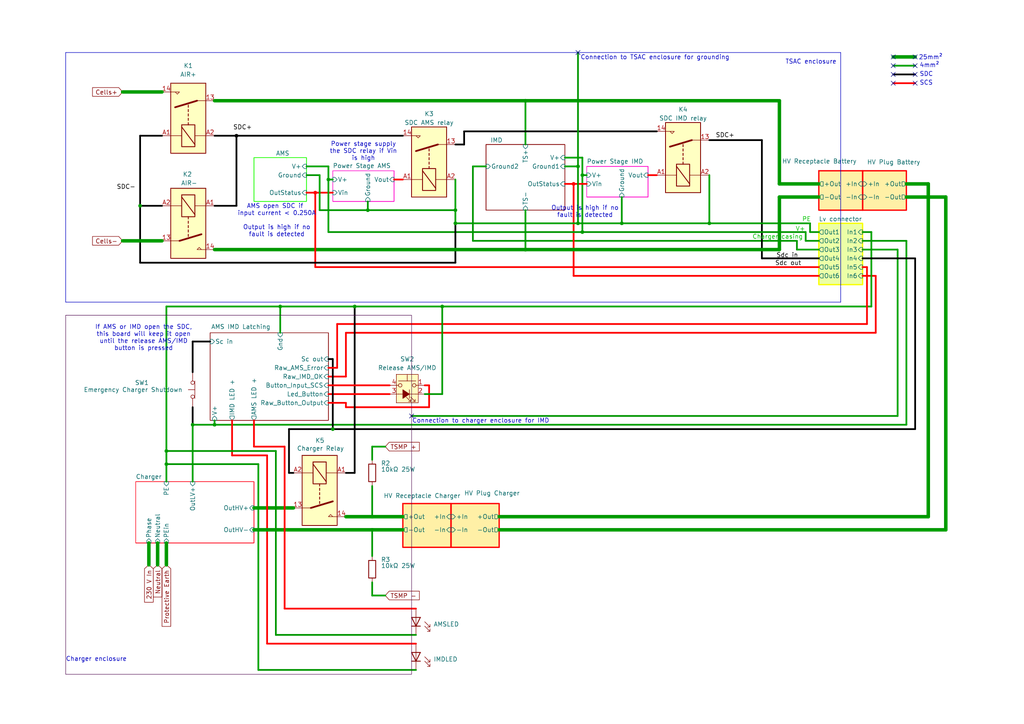
<source format=kicad_sch>
(kicad_sch (version 20231120) (generator "eeschema") (generator_version "8.0")
  (paper "A4")
  (title_block (title "Charger") (date "2024-03-29") (rev "v1.1") (company "EPSA"))
  (lib_symbols
    (symbol "Device:R" (pin_numbers hide) (pin_names (offset 0))
      (property "Reference" "R" (at 2.032 0 90))
      (property "Value" "R" (at 0 0 90))
      (symbol "R_0_1"
        (rectangle (start -1.016 -2.54) (end 1.016 2.54) (stroke (width 0.254)))
      )
      (symbol "R_1_1"
        (pin passive line (at 0 3.81 270) (length 1.27) (name "~") (number "1"))
        (pin passive line (at 0 -3.81 90) (length 1.27) (name "~") (number "2"))
      )
    )
    (symbol "EPSA:LED" (pin_numbers hide) (pin_names (offset 1.016) hide)
      (property "Reference" "D" (at 0 2.54 0))
      (symbol "LED_0_1"
        (polyline (pts (xy -1.27 -1.27) (xy -1.27 1.27)) (stroke (width 0.254)))
        (polyline (pts (xy -1.27 0) (xy 1.27 0)))
        (polyline (pts (xy 1.27 -1.27) (xy 1.27 1.27) (xy -1.27 0) (xy 1.27 -1.27)) (stroke (width 0.254)))
        (polyline (pts (xy -1.27 -2.54) (xy -2.794 -4.064) (xy -2.032 -4.064) (xy -2.794 -4.064) (xy -2.794 -3.302)))
        (polyline (pts (xy 0 -2.54) (xy -1.524 -4.064) (xy -0.762 -4.064) (xy -1.524 -4.064) (xy -1.524 -3.302)))
      )
      (symbol "LED_1_1"
        (pin passive line (at -3.81 0 0) (length 2.54) (name "K") (number "1"))
        (pin passive line (at 3.81 0 180) (length 2.54) (name "A") (number "2"))
      )
    )
    (symbol "Relay:Relay_SPST-NO"
      (property "Reference" "K" (at 11.43 3.81 0))
      (property "Value" "Relay_SPST-NO" (at 11.43 1.27 0))
      (symbol "Relay_SPST-NO_0_0"
        (polyline (pts (xy 7.62 5.08) (xy 7.62 2.54) (xy 6.985 3.175) (xy 7.62 3.81)))
      )
      (symbol "Relay_SPST-NO_0_1"
        (rectangle (start -10.16 5.08) (end 10.16 -5.08) (stroke (width 0.254)) (fill (type background)))
        (rectangle (start -8.255 1.905) (end -1.905 -1.905) (stroke (width 0.254)))
        (polyline (pts (xy -7.62 -1.905) (xy -2.54 1.905)) (stroke (width 0.254)))
        (polyline (pts (xy -5.08 -5.08) (xy -5.08 -1.905)))
        (polyline (pts (xy -5.08 5.08) (xy -5.08 1.905)))
        (polyline (pts (xy -1.905 0) (xy -1.27 0)) (stroke (width 0.254)))
        (polyline (pts (xy -0.635 0) (xy 0 0)) (stroke (width 0.254)))
        (polyline (pts (xy 0.635 0) (xy 1.27 0)) (stroke (width 0.254)))
        (polyline (pts (xy 1.905 0) (xy 2.54 0)) (stroke (width 0.254)))
        (polyline (pts (xy 3.175 0) (xy 3.81 0)) (stroke (width 0.254)))
        (polyline (pts (xy 5.08 -2.54) (xy 3.175 3.81)) (stroke (width 0.508)))
        (polyline (pts (xy 5.08 -2.54) (xy 5.08 -5.08)))
      )
      (symbol "Relay_SPST-NO_1_1"
        (pin passive line (at 5.08 -7.62 90) (length 2.54) (name "~") (number "13"))
        (pin passive line (at 7.62 7.62 270) (length 2.54) (name "~") (number "14"))
        (pin passive line (at -5.08 7.62 270) (length 2.54) (name "~") (number "A1"))
        (pin passive line (at -5.08 -7.62 90) (length 2.54) (name "~") (number "A2"))
      )
    )
    (symbol "Switch:SW_MEC_5G_LED" (pin_names (offset 1.016) hide)
      (property "Reference" "SW" (at 0 7.62 0))
      (property "Value" "SW_MEC_5G_LED" (at 0 -3.81 0))
      (symbol "SW_MEC_5G_LED_0_0"
        (polyline (pts (xy -2.54 0) (xy 2.54 0)))
        (polyline (pts (xy -2.286 -2.159) (xy -1.016 -0.889)))
        (polyline (pts (xy -1.016 -2.159) (xy 0.254 -0.889)))
        (polyline (pts (xy -0.635 1.27) (xy -0.635 -1.27)))
        (polyline (pts (xy -2.286 -1.524) (xy -2.286 -2.159) (xy -1.651 -2.159)))
        (polyline (pts (xy -1.016 -1.524) (xy -1.016 -2.159) (xy -0.381 -2.159)))
        (polyline (pts (xy -0.635 0) (xy 1.27 1.27) (xy 1.27 -1.27) (xy -0.635 0)) (fill (type outline)))
      )
      (symbol "SW_MEC_5G_LED_0_1"
        (circle (center -2.032 2.54) (radius 0.508))
        (polyline (pts (xy 0 3.81) (xy 0 5.588)))
        (polyline (pts (xy 2.54 3.81) (xy -2.54 3.81)))
        (circle (center 2.032 2.54) (radius 0.508))
        (pin passive line (at -5.08 2.54 0) (length 2.54) (name "1") (number "1"))
        (pin passive line (at -5.08 0 0) (length 2.54) (name "2") (number "2"))
        (pin passive line (at 5.08 0 180) (length 2.54) (name "K") (number "3"))
        (pin passive line (at 5.08 2.54 180) (length 2.54) (name "A") (number "4"))
      )
      (symbol "SW_MEC_5G_LED_1_1"
        (rectangle (start -3.175 5.715) (end 3.175 -2.54) (fill (type background)))
      )
    )
    (symbol "Switch:SW_Push_Open" (pin_numbers hide) (pin_names (offset 1.016) hide)
      (property "Reference" "SW" (at 0 2.54 0))
      (property "Value" "SW_Push_Open" (at 0 -1.905 0))
      (symbol "SW_Push_Open_0_1"
        (circle (center -2.032 0) (radius 0.508))
        (polyline (pts (xy -2.54 -0.635) (xy 2.54 -0.635)))
        (polyline (pts (xy 0 -0.635) (xy 0 1.27)))
        (circle (center 2.032 0) (radius 0.508))
        (pin passive line (at -5.08 0 0) (length 2.54) (name "A") (number "1"))
      )
      (symbol "SW_Push_Open_1_1"
        (pin passive line (at 5.08 0 180) (length 2.54) (name "B") (number "2"))
      )
    )
  )
  (junction (at 180.34 64.77))
  (junction (at 40.64 59.69))
  (junction (at 48.26 130.81))
  (junction (at 107.95 153.67))
  (junction (at 168.91 67.31))
  (junction (at 152.4 72.39))
  (junction (at 106.68 60.96))
  (junction (at 168.91 50.8))
  (junction (at 132.08 60.96))
  (junction (at 91.44 55.88) (color 255 0 0 1))
  (junction (at 152.4 29.21))
  (junction (at 128.27 88.9))
  (junction (at 68.58 39.37) (color 0 0 0 1))
  (junction (at 107.95 149.86))
  (junction (at 167.64 64.77))
  (junction (at 48.26 134.62))
  (junction (at 81.28 88.9))
  (junction (at 96.52 124.46))
  (junction (at 95.25 52.07))
  (junction (at 205.74 64.77))
  (junction (at 62.23 123.19))
  (junction (at 166.37 53.34) (color 255 0 0 1))
  (junction (at 132.08 64.77))
  (junction (at 55.88 123.19))
  (junction (at 167.64 48.26))
  (junction (at 102.87 88.9))
  (no_connect (at 265.43 24.13))
  (no_connect (at 265.43 21.59))
  (no_connect (at 265.43 16.51))
  (no_connect (at 167.64 15.24))
  (no_connect (at 259.08 21.59))
  (no_connect (at 265.43 19.05))
  (no_connect (at 259.08 16.51))
  (no_connect (at 259.08 19.05))
  (no_connect (at 259.08 24.13))
  (no_connect (at 119.38 120.65))
  (wire (pts (xy 107.95 172.72) (xy 111.76 172.72)) (stroke (width 0.5)))
  (wire (pts (xy 91.44 55.88) (xy 91.44 77.47)) (stroke (width 0.508) (color 255 0 0 1)))
  (wire (pts (xy 234.95 64.77) (xy 234.95 67.31)) (stroke (width 0.5)))
  (wire (pts (xy 259.08 21.59) (xy 265.43 21.59)) (stroke (width 0.508) (color 0 0 0 1)))
  (wire (pts (xy 82.55 176.53) (xy 120.65 176.53)) (stroke (width 0.508) (color 255 0 0 1)))
  (wire (pts (xy 137.16 48.26) (xy 140.97 48.26)) (stroke (width 0.5)))
  (wire (pts (xy 262.89 69.85) (xy 262.89 123.19)) (stroke (width 0.5)))
  (wire (pts (xy 40.64 76.2) (xy 132.08 76.2)) (stroke (width 0.508) (color 0 0 0 1)))
  (wire (pts (xy 132.08 76.2) (xy 132.08 64.77)) (stroke (width 0.508) (color 0 0 0 1)))
  (wire (pts (xy 91.44 55.88) (xy 96.52 55.88)) (stroke (width 0.508) (color 255 0 0 1)))
  (wire (pts (xy 119.38 120.65) (xy 260.35 120.65)) (stroke (width 0.5)))
  (wire (pts (xy 96.52 124.46) (xy 265.43 124.46)) (stroke (width 0.508) (color 0 0 0 1)))
  (wire (pts (xy 252.73 88.9) (xy 128.27 88.9)) (stroke (width 0.5)))
  (wire (pts (xy 95.25 111.76) (xy 113.03 111.76)) (stroke (width 0.508) (color 255 0 0 1)))
  (wire (pts (xy 107.95 149.86) (xy 100.33 149.86)) (stroke (width 1.016)))
  (wire (pts (xy 55.88 99.06) (xy 55.88 107.95)) (stroke (width 0.508) (color 0 0 0 1)))
  (wire (pts (xy 83.82 124.46) (xy 83.82 137.16)) (stroke (width 0.508) (color 0 0 0 1)))
  (wire (pts (xy 166.37 53.34) (xy 166.37 80.01)) (stroke (width 0.508) (color 255 0 0 1)))
  (wire (pts (xy 106.68 60.96) (xy 106.68 58.42)) (stroke (width 0.5)))
  (wire (pts (xy 82.55 129.54) (xy 82.55 176.53)) (stroke (width 0.508) (color 255 0 0 1)))
  (wire (pts (xy 124.46 111.76) (xy 123.19 111.76)) (stroke (width 0.508) (color 255 0 0 1)))
  (wire (pts (xy 107.95 140.97) (xy 107.95 149.86)) (stroke (width 0.5)))
  (wire (pts (xy 234.95 67.31) (xy 237.49 67.31)) (stroke (width 0.5)))
  (wire (pts (xy 231.14 69.85) (xy 231.14 72.39)) (stroke (width 0.5)))
  (wire (pts (xy 251.46 77.47) (xy 251.46 93.98)) (stroke (width 0.508) (color 255 0 0 1)))
  (wire (pts (xy 132.08 60.96) (xy 132.08 52.07)) (stroke (width 0.5)))
  (wire (pts (xy 180.34 64.77) (xy 205.74 64.77)) (stroke (width 0.5)))
  (wire (pts (xy 62.23 123.19) (xy 262.89 123.19)) (stroke (width 0.5)))
  (wire (pts (xy 48.26 134.62) (xy 74.93 134.62)) (stroke (width 0.5)))
  (wire (pts (xy 92.71 50.8) (xy 88.9 50.8)) (stroke (width 0.5)))
  (wire (pts (xy 167.64 48.26) (xy 167.64 64.77)) (stroke (width 0.5)))
  (wire (pts (xy 77.47 186.69) (xy 120.65 186.69)) (stroke (width 0.508) (color 255 0 0 1)))
  (wire (pts (xy 81.28 88.9) (xy 48.26 88.9)) (stroke (width 0.5)))
  (wire (pts (xy 100.33 96.52) (xy 100.33 109.22)) (stroke (width 0.508) (color 255 0 0 1)))
  (wire (pts (xy 128.27 88.9) (xy 102.87 88.9)) (stroke (width 0.5)))
  (wire (pts (xy 152.4 72.39) (xy 226.06 72.39)) (stroke (width 1)))
  (wire (pts (xy 95.25 104.14) (xy 96.52 104.14)) (stroke (width 0.508) (color 0 0 0 1)))
  (wire (pts (xy 137.16 69.85) (xy 231.14 69.85)) (stroke (width 0.5)))
  (wire (pts (xy 250.19 67.31) (xy 252.73 67.31)) (stroke (width 0.5)))
  (wire (pts (xy 116.84 149.86) (xy 107.95 149.86)) (stroke (width 1.016)))
  (wire (pts (xy 55.88 118.11) (xy 55.88 123.19)) (stroke (width 0.508) (color 0 0 0 1)))
  (wire (pts (xy 260.35 72.39) (xy 260.35 120.65)) (stroke (width 0.5)))
  (wire (pts (xy 106.68 60.96) (xy 132.08 60.96)) (stroke (width 0.5)))
  (wire (pts (xy 274.32 57.15) (xy 262.89 57.15)) (stroke (width 1.016)))
  (wire (pts (xy 252.73 67.31) (xy 252.73 88.9)) (stroke (width 0.5)))
  (wire (pts (xy 73.66 153.67) (xy 107.95 153.67)) (stroke (width 1.016)))
  (wire (pts (xy 167.64 15.24) (xy 167.64 48.26)) (stroke (width 0.5)))
  (wire (pts (xy 40.64 39.37) (xy 40.64 59.69)) (stroke (width 0.508) (color 0 0 0 1)))
  (wire (pts (xy 233.68 69.85) (xy 237.49 69.85)) (stroke (width 0.5)))
  (polyline (pts (xy 19.05 15.24) (xy 19.05 87.63)) (stroke (width 0) (type solid)))
  (wire (pts (xy 100.33 118.11) (xy 100.33 116.84)) (stroke (width 0.508) (color 255 0 0 1)))
  (wire (pts (xy 88.9 55.88) (xy 91.44 55.88)) (stroke (width 0.508) (color 255 0 0 1)))
  (wire (pts (xy 250.19 80.01) (xy 254 80.01)) (stroke (width 0.508) (color 255 0 0 1)))
  (wire (pts (xy 269.24 53.34) (xy 262.89 53.34)) (stroke (width 1.016)))
  (wire (pts (xy 226.06 57.15) (xy 226.06 72.39)) (stroke (width 1)))
  (wire (pts (xy 80.01 184.15) (xy 120.65 184.15)) (stroke (width 0.5)))
  (wire (pts (xy 180.34 64.77) (xy 180.34 57.15)) (stroke (width 0.5)))
  (wire (pts (xy 68.58 59.69) (xy 62.23 59.69)) (stroke (width 0.508) (color 0 0 0 1)))
  (polyline (pts (xy 243.84 15.24) (xy 19.05 15.24)) (stroke (width 0) (type solid)))
  (wire (pts (xy 77.47 132.08) (xy 77.47 186.69)) (stroke (width 0.508) (color 255 0 0 1)))
  (wire (pts (xy 259.08 24.13) (xy 265.43 24.13)) (stroke (width 0.508) (color 255 0 0 1)))
  (wire (pts (xy 40.64 59.69) (xy 40.64 76.2)) (stroke (width 0.508) (color 0 0 0 1)))
  (wire (pts (xy 205.74 64.77) (xy 234.95 64.77)) (stroke (width 0.5)))
  (wire (pts (xy 62.23 72.39) (xy 152.4 72.39)) (stroke (width 1)))
  (wire (pts (xy 62.23 39.37) (xy 68.58 39.37)) (stroke (width 0.508) (color 0 0 0 1)))
  (wire (pts (xy 231.14 72.39) (xy 237.49 72.39)) (stroke (width 0.5)))
  (wire (pts (xy 95.25 67.31) (xy 168.91 67.31)) (stroke (width 0.5)))
  (wire (pts (xy 91.44 77.47) (xy 237.49 77.47)) (stroke (width 0.508) (color 255 0 0 1)))
  (wire (pts (xy 43.18 163.83) (xy 43.18 157.48)) (stroke (width 1.016)))
  (wire (pts (xy 128.27 88.9) (xy 128.27 114.3)) (stroke (width 0.5)))
  (wire (pts (xy 114.3 52.07) (xy 116.84 52.07)) (stroke (width 0.508) (color 255 0 0 1)))
  (wire (pts (xy 55.88 123.19) (xy 55.88 139.7)) (stroke (width 0.5)))
  (wire (pts (xy 187.96 50.8) (xy 190.5 50.8)) (stroke (width 0.508) (color 255 0 0 1)))
  (wire (pts (xy 97.79 93.98) (xy 97.79 106.68)) (stroke (width 0.508) (color 255 0 0 1)))
  (wire (pts (xy 96.52 104.14) (xy 96.52 124.46)) (stroke (width 0.508) (color 0 0 0 1)))
  (wire (pts (xy 254 96.52) (xy 100.33 96.52)) (stroke (width 0.508) (color 255 0 0 1)))
  (wire (pts (xy 100.33 116.84) (xy 95.25 116.84)) (stroke (width 0.508) (color 255 0 0 1)))
  (wire (pts (xy 168.91 67.31) (xy 168.91 50.8)) (stroke (width 0.5)))
  (wire (pts (xy 107.95 129.54) (xy 107.95 133.35)) (stroke (width 0.5)))
  (wire (pts (xy 48.26 130.81) (xy 48.26 134.62)) (stroke (width 0.5)))
  (wire (pts (xy 73.66 147.32) (xy 85.09 147.32)) (stroke (width 1.016)))
  (polyline (pts (xy 243.84 22.86) (xy 243.84 15.24)) (stroke (width 0) (type solid)))
  (wire (pts (xy 62.23 29.21) (xy 152.4 29.21)) (stroke (width 1)))
  (wire (pts (xy 220.98 74.93) (xy 237.49 74.93)) (stroke (width 0.508) (color 0 0 0 1)))
  (wire (pts (xy 265.43 74.93) (xy 250.19 74.93)) (stroke (width 0.508) (color 0 0 0 1)))
  (wire (pts (xy 250.19 72.39) (xy 260.35 72.39)) (stroke (width 0.5)))
  (wire (pts (xy 62.23 121.92) (xy 62.23 123.19)) (stroke (width 0.5)))
  (polyline (pts (xy 19.05 87.63) (xy 243.84 87.63)) (stroke (width 0) (type solid)))
  (wire (pts (xy 48.26 163.83) (xy 48.26 157.48)) (stroke (width 1.016)))
  (wire (pts (xy 74.93 194.31) (xy 120.65 194.31)) (stroke (width 0.5)))
  (wire (pts (xy 144.78 149.86) (xy 269.24 149.86)) (stroke (width 1.016)))
  (wire (pts (xy 107.95 153.67) (xy 116.84 153.67)) (stroke (width 1.016)))
  (wire (pts (xy 68.58 39.37) (xy 116.84 39.37)) (stroke (width 0.508) (color 0 0 0 1)))
  (wire (pts (xy 68.58 39.37) (xy 68.58 59.69)) (stroke (width 0.508) (color 0 0 0 1)))
  (wire (pts (xy 45.72 163.83) (xy 45.72 157.48)) (stroke (width 1.016)))
  (wire (pts (xy 100.33 137.16) (xy 102.87 137.16)) (stroke (width 0.508) (color 0 0 0 1)))
  (wire (pts (xy 81.28 88.9) (xy 81.28 96.52)) (stroke (width 0.5)))
  (wire (pts (xy 251.46 77.47) (xy 250.19 77.47)) (stroke (width 0.508) (color 255 0 0 1)))
  (wire (pts (xy 102.87 88.9) (xy 102.87 137.16)) (stroke (width 0.508) (color 0 0 0 1)))
  (wire (pts (xy 124.46 118.11) (xy 100.33 118.11)) (stroke (width 0.508) (color 255 0 0 1)))
  (wire (pts (xy 134.62 38.1) (xy 190.5 38.1)) (stroke (width 0.508) (color 0 0 0 1)))
  (wire (pts (xy 134.62 38.1) (xy 134.62 41.91)) (stroke (width 0.508) (color 0 0 0 1)))
  (wire (pts (xy 152.4 29.21) (xy 226.06 29.21)) (stroke (width 1)))
  (wire (pts (xy 123.19 114.3) (xy 128.27 114.3)) (stroke (width 0.5)))
  (wire (pts (xy 274.32 57.15) (xy 274.32 153.67)) (stroke (width 1.016)))
  (wire (pts (xy 73.66 121.92) (xy 73.66 129.54)) (stroke (width 0.508) (color 255 0 0 1)))
  (wire (pts (xy 92.71 60.96) (xy 106.68 60.96)) (stroke (width 0.5)))
  (wire (pts (xy 168.91 45.72) (xy 163.83 45.72)) (stroke (width 0.5)))
  (wire (pts (xy 95.25 52.07) (xy 95.25 67.31)) (stroke (width 0.5)))
  (wire (pts (xy 220.98 40.64) (xy 220.98 74.93)) (stroke (width 0.508) (color 0 0 0 1)))
  (wire (pts (xy 167.64 48.26) (xy 163.83 48.26)) (stroke (width 0.5)))
  (wire (pts (xy 48.26 88.9) (xy 48.26 130.81)) (stroke (width 0.5)))
  (wire (pts (xy 166.37 53.34) (xy 170.18 53.34)) (stroke (width 0.508) (color 255 0 0 1)))
  (wire (pts (xy 95.25 109.22) (xy 100.33 109.22)) (stroke (width 0.508) (color 255 0 0 1)))
  (wire (pts (xy 107.95 153.67) (xy 107.95 161.29)) (stroke (width 0.5)))
  (wire (pts (xy 73.66 129.54) (xy 82.55 129.54)) (stroke (width 0.508) (color 255 0 0 1)))
  (wire (pts (xy 97.79 93.98) (xy 251.46 93.98)) (stroke (width 0.508) (color 255 0 0 1)))
  (wire (pts (xy 83.82 137.16) (xy 85.09 137.16)) (stroke (width 0.508) (color 0 0 0 1)))
  (wire (pts (xy 95.25 52.07) (xy 96.52 52.07)) (stroke (width 0.5)))
  (wire (pts (xy 226.06 29.21) (xy 226.06 53.34)) (stroke (width 1)))
  (wire (pts (xy 134.62 41.91) (xy 132.08 41.91)) (stroke (width 0.508) (color 0 0 0 1)))
  (wire (pts (xy 233.68 67.31) (xy 233.68 69.85)) (stroke (width 0.5)))
  (wire (pts (xy 97.79 106.68) (xy 95.25 106.68)) (stroke (width 0.508) (color 255 0 0 1)))
  (wire (pts (xy 107.95 129.54) (xy 111.76 129.54)) (stroke (width 0.5)))
  (wire (pts (xy 205.74 40.64) (xy 220.98 40.64)) (stroke (width 0.508) (color 0 0 0 1)))
  (wire (pts (xy 168.91 50.8) (xy 170.18 50.8)) (stroke (width 0.5)))
  (wire (pts (xy 167.64 64.77) (xy 180.34 64.77)) (stroke (width 0.5)))
  (wire (pts (xy 62.23 123.19) (xy 55.88 123.19)) (stroke (width 0.5)))
  (wire (pts (xy 74.93 134.62) (xy 74.93 194.31)) (stroke (width 0.5)))
  (wire (pts (xy 254 80.01) (xy 254 96.52)) (stroke (width 0.508) (color 255 0 0 1)))
  (wire (pts (xy 144.78 153.67) (xy 274.32 153.67)) (stroke (width 1.016)))
  (wire (pts (xy 163.83 53.34) (xy 166.37 53.34)) (stroke (width 0.508) (color 255 0 0 1)))
  (wire (pts (xy 265.43 124.46) (xy 265.43 74.93)) (stroke (width 0.508) (color 0 0 0 1)))
  (wire (pts (xy 168.91 67.31) (xy 233.68 67.31)) (stroke (width 0.5)))
  (wire (pts (xy 40.64 59.69) (xy 46.99 59.69)) (stroke (width 0.508) (color 0 0 0 1)))
  (wire (pts (xy 95.25 114.3) (xy 113.03 114.3)) (stroke (width 0.508) (color 255 0 0 1)))
  (polyline (pts (xy 243.84 22.86) (xy 243.84 87.63)) (stroke (width 0) (type solid)))
  (wire (pts (xy 124.46 111.76) (xy 124.46 118.11)) (stroke (width 0.508) (color 255 0 0 1)))
  (wire (pts (xy 132.08 64.77) (xy 132.08 60.96)) (stroke (width 0.5)))
  (wire (pts (xy 102.87 88.9) (xy 81.28 88.9)) (stroke (width 0.5)))
  (wire (pts (xy 80.01 184.15) (xy 80.01 130.81)) (stroke (width 0.5)))
  (wire (pts (xy 107.95 168.91) (xy 107.95 172.72)) (stroke (width 0.5)))
  (wire (pts (xy 166.37 80.01) (xy 237.49 80.01)) (stroke (width 0.508) (color 255 0 0 1)))
  (wire (pts (xy 35.56 26.67) (xy 46.99 26.67)) (stroke (width 1)))
  (wire (pts (xy 67.31 132.08) (xy 67.31 121.92)) (stroke (width 0.508) (color 255 0 0 1)))
  (wire (pts (xy 226.06 53.34) (xy 237.49 53.34)) (stroke (width 1)))
  (wire (pts (xy 80.01 130.81) (xy 48.26 130.81)) (stroke (width 0.5)))
  (wire (pts (xy 259.08 16.51) (xy 265.43 16.51)) (stroke (width 1.016)))
  (wire (pts (xy 92.71 50.8) (xy 92.71 60.96)) (stroke (width 0.5)))
  (wire (pts (xy 152.4 60.96) (xy 152.4 72.39)) (stroke (width 0.5)))
  (wire (pts (xy 35.56 69.85) (xy 46.99 69.85)) (stroke (width 1)))
  (wire (pts (xy 55.88 99.06) (xy 60.96 99.06)) (stroke (width 0.508) (color 0 0 0 1)))
  (wire (pts (xy 205.74 64.77) (xy 205.74 50.8)) (stroke (width 0.5)))
  (wire (pts (xy 137.16 48.26) (xy 137.16 69.85)) (stroke (width 0.5)))
  (wire (pts (xy 40.64 39.37) (xy 46.99 39.37)) (stroke (width 0.508) (color 0 0 0 1)))
  (wire (pts (xy 67.31 132.08) (xy 77.47 132.08)) (stroke (width 0.508) (color 255 0 0 1)))
  (wire (pts (xy 88.9 48.26) (xy 95.25 48.26)) (stroke (width 0.5)))
  (wire (pts (xy 132.08 64.77) (xy 167.64 64.77)) (stroke (width 0.5)))
  (wire (pts (xy 226.06 57.15) (xy 237.49 57.15)) (stroke (width 1)))
  (wire (pts (xy 152.4 29.21) (xy 152.4 41.91)) (stroke (width 0.5)))
  (wire (pts (xy 259.08 19.05) (xy 265.43 19.05)) (stroke (width 0.508)))
  (wire (pts (xy 168.91 45.72) (xy 168.91 50.8)) (stroke (width 0.5)))
  (wire (pts (xy 250.19 69.85) (xy 262.89 69.85)) (stroke (width 0.5)))
  (wire (pts (xy 83.82 124.46) (xy 96.52 124.46)) (stroke (width 0.508) (color 0 0 0 1)))
  (wire (pts (xy 95.25 48.26) (xy 95.25 52.07)) (stroke (width 0.5)))
  (wire (pts (xy 269.24 149.86) (xy 269.24 53.34)) (stroke (width 1.016)))
  (wire (pts (xy 48.26 134.62) (xy 48.26 139.7)) (stroke (width 0.5)))
  (rectangle (start 19.05 91.44) (end 119.38 195.58) (stroke (width 0.127) (color 72 0 72 1)))
  (text "Sdc out" (at 228.6 76.454 0) (effects (font (size 1.27 1.27))))
  (text "SDC-" (at 36.576 54.356 0) (effects (font (size 1.27 1.27))))
  (text "V+" (at 232.156 66.548 0) (effects (font (size 1.27 1.27))))
  (text "Sdc in" (at 228.346 74.168 0) (effects (font (size 1.27 1.27))))
  (text "Output is high if no\nfault is detected" (at 169.672 61.468 0) (effects (font (size 1.27 1.27))))
  (text "Connection to TSAC enclosure for grounding\n" (at 189.992 16.764 0) (effects (font (size 1.27 1.27))))
  (text "25mm²\n\n" (at 266.446 19.558 0) (effects (font (size 1.27 1.27)) (justify left bottom)))
  (text "Charger enclosure" (at 27.94 191.262 0) (effects (font (size 1.27 1.27))))
  (text "Charger casing" (at 225.552 68.834 0) (effects (font (size 1.27 1.27))))
  (text "Power stage supply\nthe SDC relay if Vin\nis high" (at 105.41 43.942 0) (effects (font (size 1.27 1.27))))
  (text "AMS open SDC if \ninput current < 0.250A\n\nOutput is high if no\nfault is detected" (at 80.264 64.008 0) (effects (font (size 1.27 1.27))))
  (text "TSAC enclosure\n" (at 235.204 18.034 0) (effects (font (size 1.27 1.27))))
  (text "Connection to charger enclosure for IMD\n" (at 139.446 122.174 0) (effects (font (size 1.27 1.27))))
  (text "SDC" (at 266.7 22.352 0) (effects (font (size 1.27 1.27)) (justify left bottom)))
  (text "If AMS or IMD open the SDC,\nthis board will keep it open\nuntil the release AMS/IMD\nbutton is pressed" (at 41.656 98.044 0) (effects (font (size 1.27 1.27))))
  (text "SDC+" (at 70.358 37.084 0) (effects (font (size 1.27 1.27))))
  (text "PE\n" (at 233.934 63.754 0) (effects (font (size 1.27 1.27))))
  (text "4mm²" (at 266.7 19.812 0) (effects (font (size 1.27 1.27)) (justify left bottom)))
  (text "SCS" (at 266.7 24.892 0) (effects (font (size 1.27 1.27)) (justify left bottom)))
  (text "SDC+" (at 210.312 39.37 0) (effects (font (size 1.27 1.27))))
  (global_label "230 V In" (shape input) (at 43.18 163.83 270) (property "Intersheetrefs" "${INTERSHEET_REFS}" (effects (hide yes))))
  (global_label "TSMP -" (shape input) (at 111.76 172.72 0) (property "Intersheetrefs" "${INTERSHEET_REFS}" (effects (hide yes))))
  (global_label "Cells+" (shape input) (at 35.56 26.67 180) (property "Intersheetrefs" "${INTERSHEET_REFS}" (effects (hide yes))))
  (global_label "TSMP +" (shape input) (at 111.76 129.54 0) (property "Intersheetrefs" "${INTERSHEET_REFS}" (effects (hide yes))))
  (global_label "Protective Earth" (shape input) (at 48.26 163.83 270) (property "Intersheetrefs" "${INTERSHEET_REFS}" (effects (hide yes))))
  (global_label "Cells-" (shape input) (at 35.56 69.85 180) (property "Intersheetrefs" "${INTERSHEET_REFS}" (effects (hide yes))))
  (global_label "Neutral" (shape input) (at 45.72 163.83 270) (property "Intersheetrefs" "${INTERSHEET_REFS}" (effects (hide yes))))
  (symbol (lib_id "Switch:SW_MEC_5G_LED") (at 118.11 114.3 0) (mirror y) (unit 1)
    (property "Reference" "SW2" (at 118.11 104.14 0))
    (property "Value" "Release AMS/IMD" (at 118.11 106.68 0))
    (property "Datasheet" "http://www.apem.com/int/index.php?controller=attachment&id_attachment=488" (effects (hide yes)))
    (property "Description" "MEC 5G single pole normally-open illuminated tactile switch" (effects (hide yes)))
  )
  (symbol (lib_id "Relay:Relay_SPST-NO") (at 54.61 64.77 270) (unit 1)
    (property "Reference" "K2" (at 54.356 50.546 90))
    (property "Value" "AIR-" (at 54.864 53.086 90))
    (property "Description" "Relay SPST, Normally Open, EN50005" (effects (hide yes)))
  )
  (symbol (lib_id "EPSA:LED") (at 120.65 180.34 90) (unit 1) (exclude_from_sim yes)
    (property "Reference" "AMSLED" (at 125.73 181.0384 90) (effects (justify right)))
    (property "Value" "LED" (effects (hide yes)))
    (property "Description" "Light emitting diode" (effects (hide yes)))
    (property "Sim.Pins" "1=1 2=2" (effects (hide yes)))
    (property "Sim.Device" "SPICE" (effects (hide yes)))
    (property "Sim.Params" "type=\"D\" model=\"LED\" lib=\"\"" (effects (hide yes)))
  )
  (symbol (lib_id "Relay:Relay_SPST-NO") (at 198.12 45.72 90) (unit 1)
    (property "Reference" "K4" (at 198.12 31.75 90))
    (property "Value" "SDC IMD relay" (at 198.12 34.29 90))
    (property "Description" "Relay SPST, Normally Open, EN50005" (effects (hide yes)))
  )
  (symbol (lib_id "EPSA:LED") (at 120.65 190.5 90) (unit 1) (exclude_from_sim yes)
    (property "Reference" "IMDLED" (at 125.73 191.1984 90) (effects (justify right)))
    (property "Value" "LED" (effects (hide yes)))
    (property "Description" "Light emitting diode" (effects (hide yes)))
    (property "Sim.Pins" "1=1 2=2" (effects (hide yes)))
    (property "Sim.Device" "SPICE" (effects (hide yes)))
    (property "Sim.Params" "type=\"D\" model=\"LED\" lib=\"\"" (effects (hide yes)))
  )
  (symbol (lib_id "Device:R") (at 107.95 165.1 0) (unit 1)
    (property "Reference" "R3" (at 110.49 162.306 0) (effects (justify left)))
    (property "Value" "10kΩ 25W" (at 110.49 164.084 0) (effects (justify left)))
    (property "Description" "Ohmite HS25 15K J " (effects (hide yes)))
    (property "Current rating" "0.04A @ 600V" (effects (hide yes)))
  )
  (symbol (lib_id "Relay:Relay_SPST-NO") (at 92.71 142.24 270) (unit 1)
    (property "Reference" "K5" (at 91.44 127.762 90) (effects (justify left)))
    (property "Value" "Charger Relay" (at 86.106 130.048 90) (effects (justify left)))
    (property "Description" "Relay SPST, Normally Open, EN50005" (effects (hide yes)))
  )
  (symbol (lib_id "Relay:Relay_SPST-NO") (at 54.61 34.29 90) (unit 1)
    (property "Reference" "K1" (at 54.61 19.05 90))
    (property "Value" "AIR+" (at 54.61 21.59 90))
    (property "Description" "Relay SPST, Normally Open, EN50005" (effects (hide yes)))
  )
  (symbol (lib_id "Switch:SW_Push_Open") (at 55.88 113.03 90) (unit 1)
    (property "Reference" "SW1" (at 41.148 110.998 90))
    (property "Value" "Emergency Charger Shutdown" (at 38.608 113.03 90))
    (property "Description" "Push button switch, push-to-open, generic, two pins" (effects (hide yes)))
  )
  (symbol (lib_id "Relay:Relay_SPST-NO") (at 124.46 46.99 90) (unit 1)
    (property "Reference" "K3" (at 124.46 33.02 90))
    (property "Value" "SDC AMS relay" (at 124.46 35.56 90))
    (property "Description" "Relay SPST, Normally Open, EN50005" (effects (hide yes)))
  )
  (symbol (lib_id "Device:R") (at 107.95 137.16 0) (unit 1)
    (property "Reference" "R2" (at 110.49 134.366 0) (effects (justify left)))
    (property "Value" "10kΩ 25W" (at 110.49 136.144 0) (effects (justify left)))
    (property "Description" "Ohmite HS25 15K J " (effects (hide yes)))
    (property "Current rating" "0.04A @ 600V" (effects (hide yes)))
  )
  (sheet (at 140.97 41.91) (size 22.86 19.05) (stroke (width 0.1524))
    (property "Sheetname" "IMD" (at 142.24 41.402 0) (effects (justify left bottom)))
    (property "Sheetfile" "IMD.kicad_sch" (effects (hide yes)))
    (property "Description" "Bender IR155-3203 " (effects (hide yes)))
    (property "Current rating" "2A" (effects (hide yes)))
    (pin "TS+" input (at 152.4 41.91 90))
    (pin "TS-" input (at 152.4 60.96 270))
    (pin "V+" input (at 163.83 45.72 0))
    (pin "Ground1" input (at 163.83 48.26 0))
    (pin "Ground2" input (at 140.97 48.26 180))
    (pin "OutStatus" input (at 163.83 53.34 0))
  )
  (sheet (at 237.49 49.53) (size 12.7 11.43) (stroke (width 0.381) (color 255 0 4 1)) (fill (color 255 211 0 0.3500))
    (property "Sheetname" "HV Receptacle Battery" (at 226.822 47.498 0) (effects (justify left bottom)))
    (property "Sheetfile" "HV Connector.kicad_sch" (effects (hide yes)))
    (property "Description" "Amphenol UPCR012ALS1" (effects (hide yes)))
    (property "Current rating" "250A" (effects (hide yes)))
    (pin "+In" input (at 250.19 53.34 0))
    (pin "-In" input (at 250.19 57.15 0))
    (pin "+Out" output (at 237.49 53.34 180))
    (pin "-Out" output (at 237.49 57.15 180))
  )
  (sheet (at 250.19 49.53) (size 12.7 11.43) (stroke (width 0.381) (color 255 0 4 1)) (fill (color 255 211 0 0.3500))
    (property "Sheetname" "HV Plug Battery" (at 251.46 47.752 0) (effects (justify left bottom)))
    (property "Sheetfile" "HV Connector.kicad_sch" (effects (hide yes)))
    (property "Description" "Amphenol UPCR012ALS1" (effects (hide yes)))
    (property "Current rating" "250A" (effects (hide yes)))
    (pin "+In" input (at 250.19 53.34 180))
    (pin "-In" input (at 250.19 57.15 180))
    (pin "+Out" output (at 262.89 53.34 0))
    (pin "-Out" output (at 262.89 57.15 0))
  )
  (sheet (at 116.84 146.05) (size 13.97 12.7) (stroke (width 0.381) (color 255 0 4 1)) (fill (color 255 211 0 0.3500))
    (property "Sheetname" "HV Receptacle Charger" (at 111.252 144.526 0) (effects (justify left bottom)))
    (property "Sheetfile" "HV Connector.kicad_sch" (effects (hide yes)))
    (property "Description" "Amphenol UPCR012ALS1" (effects (hide yes)))
    (property "Current rating" "250A" (effects (hide yes)))
    (pin "+In" input (at 130.81 149.86 0))
    (pin "-In" input (at 130.81 153.67 0))
    (pin "+Out" output (at 116.84 149.86 180))
    (pin "-Out" output (at 116.84 153.67 180))
  )
  (sheet (at 96.52 49.53) (size 17.78 8.89) (stroke (width 0.1524) (color 255 0 202 1))
    (property "Sheetname" "Power Stage AMS" (at 96.52 48.8184 0) (effects (justify left bottom)))
    (property "Sheetfile" "Power Stage.kicad_sch" (effects (hide yes)))
    (pin "Ground" input (at 106.68 58.42 270))
    (pin "V+" input (at 96.52 52.07 180))
    (pin "Vout" input (at 114.3 52.07 0))
    (pin "Vin" input (at 96.52 55.88 180))
  )
  (sheet (at 237.49 64.77) (size 12.7 17.78) (stroke (width 0.381) (color 249 255 1 1)) (fill (color 201 255 0 0.3500))
    (property "Sheetname" "Lv connector" (at 237.49 64.262 0) (effects (justify left bottom)))
    (property "Sheetfile" "HV Connector.kicad_sch" (effects (hide yes)))
    (property "Description" "Amphenol UPCR012ALS1" (effects (hide yes)))
    (property "Current rating" "250A" (effects (hide yes)))
    (pin "In1" input (at 250.19 67.31 0))
    (pin "In2" input (at 250.19 69.85 0))
    (pin "Out1" output (at 237.49 67.31 180))
    (pin "Out2" output (at 237.49 69.85 180))
    (pin "In3" input (at 250.19 72.39 0))
    (pin "Out3" output (at 237.49 72.39 180))
    (pin "In4" input (at 250.19 74.93 0))
    (pin "Out4" output (at 237.49 74.93 180))
    (pin "In5" input (at 250.19 77.47 0))
    (pin "Out5" output (at 237.49 77.47 180))
    (pin "Out6" output (at 237.49 80.01 180))
    (pin "In6" input (at 250.19 80.01 0))
  )
  (sheet (at 170.18 48.26) (size 17.78 8.89) (stroke (width 0.1524) (color 255 0 202 1))
    (property "Sheetname" "Power Stage IMD" (at 170.18 47.5484 0) (effects (justify left bottom)))
    (property "Sheetfile" "Power Stage.kicad_sch" (effects (hide yes)))
    (pin "Ground" input (at 180.34 57.15 270))
    (pin "V+" input (at 170.18 50.8 180))
    (pin "Vout" input (at 187.96 50.8 0))
    (pin "Vin" input (at 170.18 53.34 180))
  )
  (sheet (at 39.37 139.7) (size 34.29 17.78) (stroke (width 0.1524) (color 255 0 21 1))
    (property "Sheetname" "Charger" (at 39.37 138.9884 0) (effects (justify left bottom)))
    (property "Sheetfile" "Raw Charger.kicad_sch" (effects (hide yes)))
    (pin "OutHV+" input (at 73.66 147.32 0))
    (pin "PE" input (at 48.26 139.7 90))
    (pin "OutHV-" input (at 73.66 153.67 0))
    (pin "PEin" input (at 48.26 157.48 270))
    (pin "Neutral" input (at 45.72 157.48 270))
    (pin "OutLV+" input (at 55.88 139.7 90))
    (pin "Phase" input (at 43.18 157.48 270))
  )
  (sheet (at 60.96 96.52) (size 34.29 25.4) (stroke (width 0.1524))
    (property "Sheetname" "AMS IMD Latching" (at 61.214 95.504 0) (effects (justify left bottom)))
    (property "Sheetfile" "AMS_IMD_Reset.kicad_sch" (effects (hide yes)))
    (pin "V+" input (at 62.23 121.92 270))
    (pin "Gnd" input (at 81.28 96.52 90))
    (pin "Raw_AMS_Error" input (at 95.25 106.68 0))
    (pin "Sc in" input (at 60.96 99.06 180))
    (pin "Raw_IMD_OK" input (at 95.25 109.22 0))
    (pin "Sc out" input (at 95.25 104.14 0))
    (pin "Button_Input_SCS" input (at 95.25 111.76 0))
    (pin "Raw_Button_Output" input (at 95.25 116.84 0))
    (pin "Led_Button" input (at 95.25 114.3 0))
    (pin "IMD LED +" output (at 67.31 121.92 270))
    (pin "AMS LED +" output (at 73.66 121.92 270))
  )
  (sheet (at 130.81 146.05) (size 13.97 12.7) (stroke (width 0.381) (color 255 0 4 1)) (fill (color 255 211 0 0.3500))
    (property "Sheetname" "HV Plug Charger" (at 134.62 143.764 0) (effects (justify left bottom)))
    (property "Sheetfile" "HV Connector.kicad_sch" (effects (hide yes)))
    (property "Description" "Amphenol UPCR012ALS1" (effects (hide yes)))
    (property "Current rating" "250A" (effects (hide yes)))
    (pin "+In" input (at 130.81 149.86 180))
    (pin "-In" input (at 130.81 153.67 180))
    (pin "+Out" output (at 144.78 149.86 0))
    (pin "-Out" output (at 144.78 153.67 0))
  )
  (sheet (at 73.66 45.72) (size 15.24 12.7) (stroke (width 0.1524) (color 26 255 0 1))
    (property "Sheetname" "AMS" (at 80.01 45.212 0) (effects (justify left bottom)))
    (property "Sheetfile" "AMS.kicad_sch" (effects (hide yes)))
    (pin "V+" input (at 88.9 48.26 0))
    (pin "Ground" input (at 88.9 50.8 0))
    (pin "OutStatus" input (at 88.9 55.88 0))
  )
)
</source>
